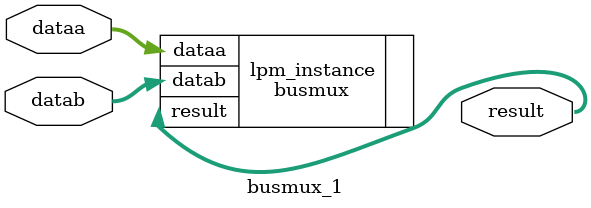
<source format=v>



module busmux_1(dataa,datab,result);
input [4:0] dataa;
input [4:0] datab;
output [4:0] result;

busmux	lpm_instance(.dataa(dataa),.datab(datab),.result(result));
	defparam	lpm_instance.width = 5;

endmodule

</source>
